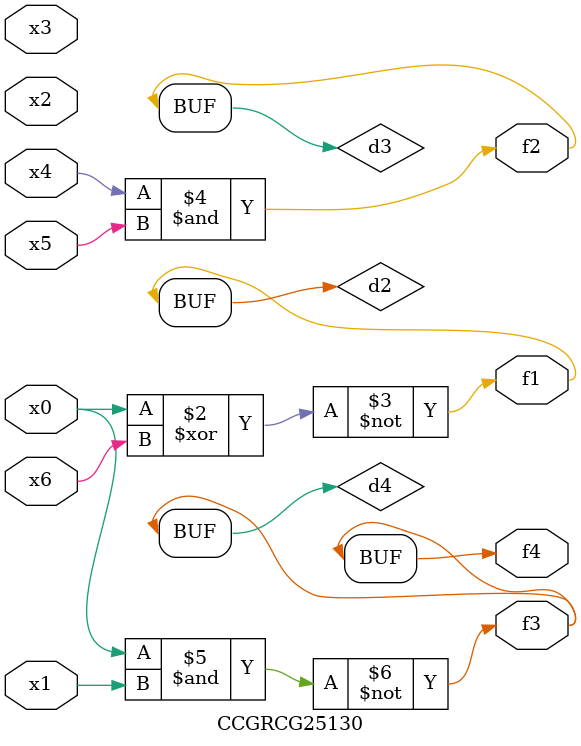
<source format=v>
module CCGRCG25130(
	input x0, x1, x2, x3, x4, x5, x6,
	output f1, f2, f3, f4
);

	wire d1, d2, d3, d4;

	nor (d1, x0);
	xnor (d2, x0, x6);
	and (d3, x4, x5);
	nand (d4, x0, x1);
	assign f1 = d2;
	assign f2 = d3;
	assign f3 = d4;
	assign f4 = d4;
endmodule

</source>
